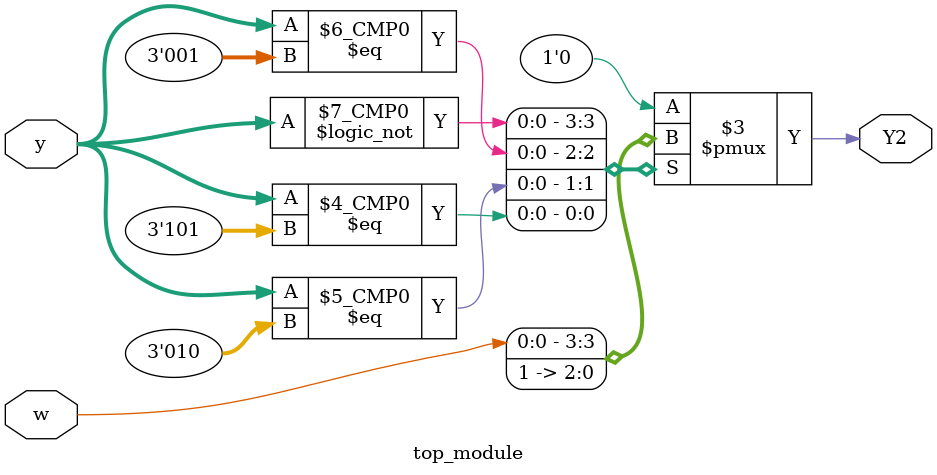
<source format=sv>
module top_module(
	input [3:1] y,
	input w,
	output reg Y2);

	always @(*) begin
		case(y)
			3'b000: Y2 = w;  // A
			3'b001: Y2 = 1;  // B
			3'b010: Y2 = 1;  // C
			3'b011: Y2 = 0;  // D
			3'b100: Y2 = 0;  // E
			3'b101: Y2 = 1;  // F
			default: Y2 = 0; // Default case
		endcase
	end

endmodule

</source>
